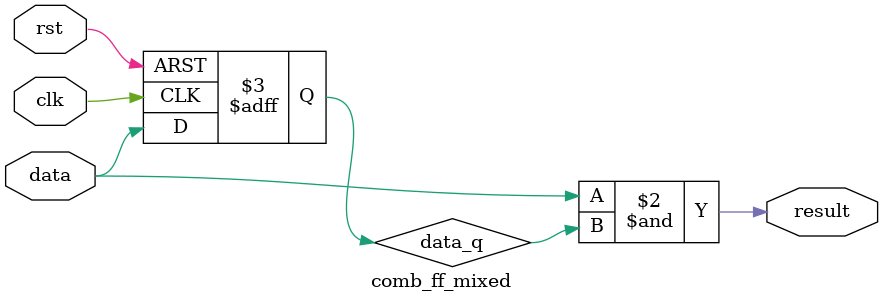
<source format=sv>
module top (
  input logic clk,
  input logic rst,
  input logic data,
  output logic result
);

  comb_ff_mixed u_comb_ff_mixed(clk, rst, data, result);

endmodule

module comb_ff_mixed (
  input logic clk,
  input logic rst,
  input logic data,
  output logic result
);

logic data_q;
  always_ff @(posedge clk or posedge rst) begin
    if (rst) begin
      data_q <= 1'b0;
    end else begin
      data_q <= data;
    end
  end

assign result = data & data_q;

endmodule

</source>
